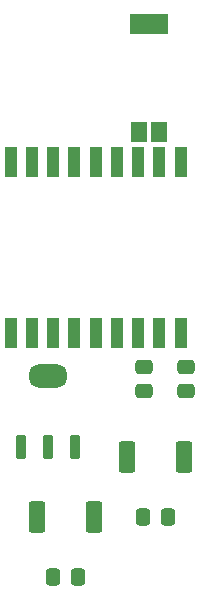
<source format=gbr>
%TF.GenerationSoftware,KiCad,Pcbnew,7.0.11-2.fc39*%
%TF.CreationDate,2024-04-30T19:09:02-04:00*%
%TF.ProjectId,OS42Mini,4f533432-4d69-46e6-992e-6b696361645f,rev?*%
%TF.SameCoordinates,Original*%
%TF.FileFunction,Paste,Top*%
%TF.FilePolarity,Positive*%
%FSLAX46Y46*%
G04 Gerber Fmt 4.6, Leading zero omitted, Abs format (unit mm)*
G04 Created by KiCad (PCBNEW 7.0.11-2.fc39) date 2024-04-30 19:09:02*
%MOMM*%
%LPD*%
G01*
G04 APERTURE LIST*
G04 Aperture macros list*
%AMRoundRect*
0 Rectangle with rounded corners*
0 $1 Rounding radius*
0 $2 $3 $4 $5 $6 $7 $8 $9 X,Y pos of 4 corners*
0 Add a 4 corners polygon primitive as box body*
4,1,4,$2,$3,$4,$5,$6,$7,$8,$9,$2,$3,0*
0 Add four circle primitives for the rounded corners*
1,1,$1+$1,$2,$3*
1,1,$1+$1,$4,$5*
1,1,$1+$1,$6,$7*
1,1,$1+$1,$8,$9*
0 Add four rect primitives between the rounded corners*
20,1,$1+$1,$2,$3,$4,$5,0*
20,1,$1+$1,$4,$5,$6,$7,0*
20,1,$1+$1,$6,$7,$8,$9,0*
20,1,$1+$1,$8,$9,$2,$3,0*%
G04 Aperture macros list end*
%ADD10R,1.000000X2.600000*%
%ADD11R,1.450000X1.700000*%
%ADD12R,3.200000X1.700000*%
%ADD13RoundRect,0.250000X-0.337500X-0.475000X0.337500X-0.475000X0.337500X0.475000X-0.337500X0.475000X0*%
%ADD14RoundRect,0.250000X0.475000X-0.337500X0.475000X0.337500X-0.475000X0.337500X-0.475000X-0.337500X0*%
%ADD15RoundRect,0.097900X0.347100X-0.887100X0.347100X0.887100X-0.347100X0.887100X-0.347100X-0.887100X0*%
%ADD16RoundRect,0.788000X0.807000X-0.197000X0.807000X0.197000X-0.807000X0.197000X-0.807000X-0.197000X0*%
%ADD17RoundRect,0.249999X-0.450001X-1.075001X0.450001X-1.075001X0.450001X1.075001X-0.450001X1.075001X0*%
G04 APERTURE END LIST*
D10*
%TO.C,U1*%
X142660000Y-101230000D03*
X144460000Y-101230000D03*
X146260000Y-101230000D03*
X148060000Y-101230000D03*
X149860000Y-101230000D03*
X151660000Y-101230000D03*
X153460000Y-101230000D03*
X155260000Y-101230000D03*
X157060000Y-101230000D03*
X157060000Y-86730000D03*
X155260000Y-86730000D03*
X153460000Y-86730000D03*
X151660000Y-86730000D03*
X149860000Y-86730000D03*
X148060000Y-86730000D03*
X146260000Y-86730000D03*
X144460000Y-86730000D03*
X142660000Y-86730000D03*
%TD*%
D11*
%TO.C,E1*%
X155242200Y-84201000D03*
X153492200Y-84201000D03*
D12*
X154367200Y-75101000D03*
%TD*%
D13*
%TO.C,C1*%
X153902500Y-116840000D03*
X155977500Y-116840000D03*
%TD*%
D14*
%TO.C,C3*%
X153924000Y-106193500D03*
X153924000Y-104118500D03*
%TD*%
D15*
%TO.C,U3*%
X143496000Y-110924200D03*
X145796000Y-110924200D03*
X148096000Y-110924200D03*
D16*
X145796000Y-104874200D03*
%TD*%
D17*
%TO.C,R2*%
X144920000Y-116840000D03*
X149720000Y-116840000D03*
%TD*%
%TO.C,R1*%
X152540000Y-111760000D03*
X157340000Y-111760000D03*
%TD*%
D14*
%TO.C,C4*%
X157480000Y-106193500D03*
X157480000Y-104118500D03*
%TD*%
D13*
%TO.C,C2*%
X146282500Y-121920000D03*
X148357500Y-121920000D03*
%TD*%
M02*

</source>
